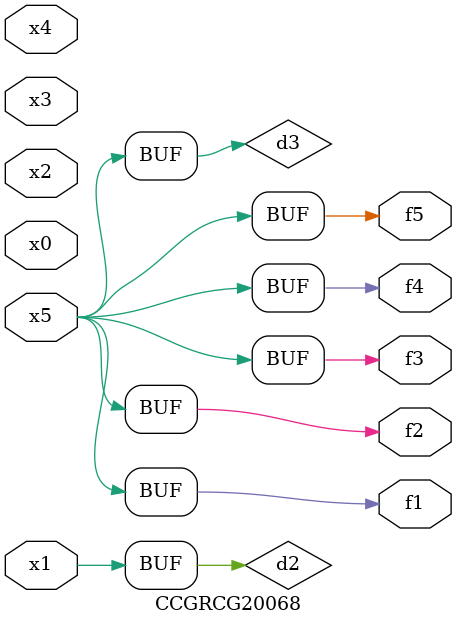
<source format=v>
module CCGRCG20068(
	input x0, x1, x2, x3, x4, x5,
	output f1, f2, f3, f4, f5
);

	wire d1, d2, d3;

	not (d1, x5);
	or (d2, x1);
	xnor (d3, d1);
	assign f1 = d3;
	assign f2 = d3;
	assign f3 = d3;
	assign f4 = d3;
	assign f5 = d3;
endmodule

</source>
